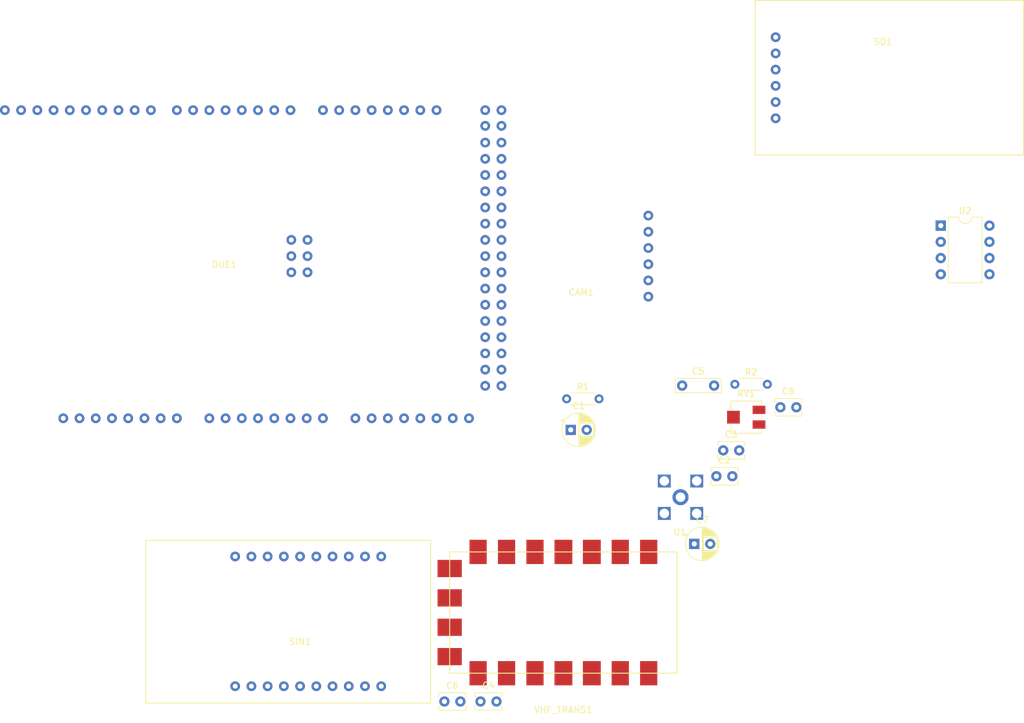
<source format=kicad_pcb>
(kicad_pcb (version 20171130) (host pcbnew 5.1.5-52549c5~84~ubuntu18.04.1)

  (general
    (thickness 1.6)
    (drawings 0)
    (tracks 0)
    (zones 0)
    (modules 18)
    (nets 49)
  )

  (page A4)
  (layers
    (0 F.Cu signal)
    (31 B.Cu signal)
    (32 B.Adhes user)
    (33 F.Adhes user)
    (34 B.Paste user)
    (35 F.Paste user)
    (36 B.SilkS user)
    (37 F.SilkS user)
    (38 B.Mask user)
    (39 F.Mask user)
    (40 Dwgs.User user)
    (41 Cmts.User user)
    (42 Eco1.User user)
    (43 Eco2.User user)
    (44 Edge.Cuts user)
    (45 Margin user)
    (46 B.CrtYd user)
    (47 F.CrtYd user)
    (48 B.Fab user)
    (49 F.Fab user)
  )

  (setup
    (last_trace_width 0.25)
    (trace_clearance 0.2)
    (zone_clearance 0.508)
    (zone_45_only no)
    (trace_min 0.2)
    (via_size 0.8)
    (via_drill 0.4)
    (via_min_size 0.4)
    (via_min_drill 0.3)
    (uvia_size 0.3)
    (uvia_drill 0.1)
    (uvias_allowed no)
    (uvia_min_size 0.2)
    (uvia_min_drill 0.1)
    (edge_width 0.05)
    (segment_width 0.2)
    (pcb_text_width 0.3)
    (pcb_text_size 1.5 1.5)
    (mod_edge_width 0.12)
    (mod_text_size 1 1)
    (mod_text_width 0.15)
    (pad_size 1.524 1.524)
    (pad_drill 0.762)
    (pad_to_mask_clearance 0.051)
    (solder_mask_min_width 0.25)
    (aux_axis_origin 0 0)
    (visible_elements FFFFFF7F)
    (pcbplotparams
      (layerselection 0x010fc_ffffffff)
      (usegerberextensions false)
      (usegerberattributes false)
      (usegerberadvancedattributes false)
      (creategerberjobfile false)
      (excludeedgelayer true)
      (linewidth 0.100000)
      (plotframeref false)
      (viasonmask false)
      (mode 1)
      (useauxorigin false)
      (hpglpennumber 1)
      (hpglpenspeed 20)
      (hpglpendiameter 15.000000)
      (psnegative false)
      (psa4output false)
      (plotreference true)
      (plotvalue true)
      (plotinvisibletext false)
      (padsonsilk false)
      (subtractmaskfromsilk false)
      (outputformat 1)
      (mirror false)
      (drillshape 1)
      (scaleselection 1)
      (outputdirectory ""))
  )

  (net 0 "")
  (net 1 GNDREF)
  (net 2 +3V3)
  (net 3 /PTT_DRA)
  (net 4 "Net-(C5-Pad1)")
  (net 5 "Net-(C5-Pad2)")
  (net 6 /PD_DRA)
  (net 7 /AF_IN)
  (net 8 /POW_DRA)
  (net 9 +5V)
  (net 10 /RX_CAM)
  (net 11 /TX_CAM)
  (net 12 "Net-(R1-Pad1)")
  (net 13 /ZOUT_ADS)
  (net 14 "Net-(RV1-Pad2)")
  (net 15 /CS_SD)
  (net 16 /SCK_SD)
  (net 17 /MOSI_SD)
  (net 18 /MISO_SD)
  (net 19 "Net-(SIN1-Pad19)")
  (net 20 "Net-(SIN1-Pad18)")
  (net 21 "Net-(SIN1-Pad17)")
  (net 22 "Net-(SIN1-Pad16)")
  (net 23 "Net-(SIN1-Pad15)")
  (net 24 "Net-(SIN1-Pad14)")
  (net 25 "Net-(SIN1-Pad13)")
  (net 26 "Net-(SIN1-Pad12)")
  (net 27 "Net-(SIN1-Pad11)")
  (net 28 /FQ_UD_ADS)
  (net 29 "Net-(SIN1-Pad9)")
  (net 30 /W_CLK_ADS)
  (net 31 /DATA_ADS)
  (net 32 "Net-(SIN1-Pad8)")
  (net 33 /RESET_ADS)
  (net 34 "Net-(SIN1-Pad7)")
  (net 35 "Net-(U2-Pad1)")
  (net 36 "Net-(U2-Pad7)")
  (net 37 "Net-(U2-Pad8)")
  (net 38 "Net-(VHF_TRANS1-Pad15)")
  (net 39 /RX_DRA)
  (net 40 /TX_DRA)
  (net 41 "Net-(VHF_TRANS1-Pad14)")
  (net 42 "Net-(VHF_TRANS1-Pad13)")
  (net 43 "Net-(U1-Pad~)")
  (net 44 "Net-(VHF_TRANS1-Pad3)")
  (net 45 "Net-(VHF_TRANS1-Pad1)")
  (net 46 "Net-(VHF_TRANS1-Pad2)")
  (net 47 "Net-(VHF_TRANS1-Pad4)")
  (net 48 "Net-(VHF_TRANS1-Pad11)")

  (net_class Default "This is the default net class."
    (clearance 0.2)
    (trace_width 0.25)
    (via_dia 0.8)
    (via_drill 0.4)
    (uvia_dia 0.3)
    (uvia_drill 0.1)
    (add_net +3V3)
    (add_net +5V)
    (add_net /AF_IN)
    (add_net /CS_SD)
    (add_net /DATA_ADS)
    (add_net /FQ_UD_ADS)
    (add_net /MISO_SD)
    (add_net /MOSI_SD)
    (add_net /PD_DRA)
    (add_net /POW_DRA)
    (add_net /PTT_DRA)
    (add_net /RESET_ADS)
    (add_net /RX_CAM)
    (add_net /RX_DRA)
    (add_net /SCK_SD)
    (add_net /TX_CAM)
    (add_net /TX_DRA)
    (add_net /W_CLK_ADS)
    (add_net /ZOUT_ADS)
    (add_net GNDREF)
    (add_net "Net-(C5-Pad1)")
    (add_net "Net-(C5-Pad2)")
    (add_net "Net-(R1-Pad1)")
    (add_net "Net-(RV1-Pad2)")
    (add_net "Net-(SIN1-Pad11)")
    (add_net "Net-(SIN1-Pad12)")
    (add_net "Net-(SIN1-Pad13)")
    (add_net "Net-(SIN1-Pad14)")
    (add_net "Net-(SIN1-Pad15)")
    (add_net "Net-(SIN1-Pad16)")
    (add_net "Net-(SIN1-Pad17)")
    (add_net "Net-(SIN1-Pad18)")
    (add_net "Net-(SIN1-Pad19)")
    (add_net "Net-(SIN1-Pad7)")
    (add_net "Net-(SIN1-Pad8)")
    (add_net "Net-(SIN1-Pad9)")
    (add_net "Net-(U1-Pad~)")
    (add_net "Net-(U2-Pad1)")
    (add_net "Net-(U2-Pad7)")
    (add_net "Net-(U2-Pad8)")
    (add_net "Net-(VHF_TRANS1-Pad1)")
    (add_net "Net-(VHF_TRANS1-Pad11)")
    (add_net "Net-(VHF_TRANS1-Pad13)")
    (add_net "Net-(VHF_TRANS1-Pad14)")
    (add_net "Net-(VHF_TRANS1-Pad15)")
    (add_net "Net-(VHF_TRANS1-Pad2)")
    (add_net "Net-(VHF_TRANS1-Pad3)")
    (add_net "Net-(VHF_TRANS1-Pad4)")
  )

  (module Capacitor_THT:CP_Radial_D5.0mm_P2.50mm (layer F.Cu) (tedit 5AE50EF0) (tstamp 5E6A738B)
    (at 145.334776 100.865001)
    (descr "CP, Radial series, Radial, pin pitch=2.50mm, , diameter=5mm, Electrolytic Capacitor")
    (tags "CP Radial series Radial pin pitch 2.50mm  diameter 5mm Electrolytic Capacitor")
    (path /5E679339)
    (fp_text reference C1 (at 1.25 -3.75) (layer F.SilkS)
      (effects (font (size 1 1) (thickness 0.15)))
    )
    (fp_text value 100uF (at 1.25 3.75) (layer F.Fab)
      (effects (font (size 1 1) (thickness 0.15)))
    )
    (fp_text user %R (at 1.25 0) (layer F.Fab)
      (effects (font (size 1 1) (thickness 0.15)))
    )
    (fp_line (start -1.304775 -1.725) (end -1.304775 -1.225) (layer F.SilkS) (width 0.12))
    (fp_line (start -1.554775 -1.475) (end -1.054775 -1.475) (layer F.SilkS) (width 0.12))
    (fp_line (start 3.851 -0.284) (end 3.851 0.284) (layer F.SilkS) (width 0.12))
    (fp_line (start 3.811 -0.518) (end 3.811 0.518) (layer F.SilkS) (width 0.12))
    (fp_line (start 3.771 -0.677) (end 3.771 0.677) (layer F.SilkS) (width 0.12))
    (fp_line (start 3.731 -0.805) (end 3.731 0.805) (layer F.SilkS) (width 0.12))
    (fp_line (start 3.691 -0.915) (end 3.691 0.915) (layer F.SilkS) (width 0.12))
    (fp_line (start 3.651 -1.011) (end 3.651 1.011) (layer F.SilkS) (width 0.12))
    (fp_line (start 3.611 -1.098) (end 3.611 1.098) (layer F.SilkS) (width 0.12))
    (fp_line (start 3.571 -1.178) (end 3.571 1.178) (layer F.SilkS) (width 0.12))
    (fp_line (start 3.531 1.04) (end 3.531 1.251) (layer F.SilkS) (width 0.12))
    (fp_line (start 3.531 -1.251) (end 3.531 -1.04) (layer F.SilkS) (width 0.12))
    (fp_line (start 3.491 1.04) (end 3.491 1.319) (layer F.SilkS) (width 0.12))
    (fp_line (start 3.491 -1.319) (end 3.491 -1.04) (layer F.SilkS) (width 0.12))
    (fp_line (start 3.451 1.04) (end 3.451 1.383) (layer F.SilkS) (width 0.12))
    (fp_line (start 3.451 -1.383) (end 3.451 -1.04) (layer F.SilkS) (width 0.12))
    (fp_line (start 3.411 1.04) (end 3.411 1.443) (layer F.SilkS) (width 0.12))
    (fp_line (start 3.411 -1.443) (end 3.411 -1.04) (layer F.SilkS) (width 0.12))
    (fp_line (start 3.371 1.04) (end 3.371 1.5) (layer F.SilkS) (width 0.12))
    (fp_line (start 3.371 -1.5) (end 3.371 -1.04) (layer F.SilkS) (width 0.12))
    (fp_line (start 3.331 1.04) (end 3.331 1.554) (layer F.SilkS) (width 0.12))
    (fp_line (start 3.331 -1.554) (end 3.331 -1.04) (layer F.SilkS) (width 0.12))
    (fp_line (start 3.291 1.04) (end 3.291 1.605) (layer F.SilkS) (width 0.12))
    (fp_line (start 3.291 -1.605) (end 3.291 -1.04) (layer F.SilkS) (width 0.12))
    (fp_line (start 3.251 1.04) (end 3.251 1.653) (layer F.SilkS) (width 0.12))
    (fp_line (start 3.251 -1.653) (end 3.251 -1.04) (layer F.SilkS) (width 0.12))
    (fp_line (start 3.211 1.04) (end 3.211 1.699) (layer F.SilkS) (width 0.12))
    (fp_line (start 3.211 -1.699) (end 3.211 -1.04) (layer F.SilkS) (width 0.12))
    (fp_line (start 3.171 1.04) (end 3.171 1.743) (layer F.SilkS) (width 0.12))
    (fp_line (start 3.171 -1.743) (end 3.171 -1.04) (layer F.SilkS) (width 0.12))
    (fp_line (start 3.131 1.04) (end 3.131 1.785) (layer F.SilkS) (width 0.12))
    (fp_line (start 3.131 -1.785) (end 3.131 -1.04) (layer F.SilkS) (width 0.12))
    (fp_line (start 3.091 1.04) (end 3.091 1.826) (layer F.SilkS) (width 0.12))
    (fp_line (start 3.091 -1.826) (end 3.091 -1.04) (layer F.SilkS) (width 0.12))
    (fp_line (start 3.051 1.04) (end 3.051 1.864) (layer F.SilkS) (width 0.12))
    (fp_line (start 3.051 -1.864) (end 3.051 -1.04) (layer F.SilkS) (width 0.12))
    (fp_line (start 3.011 1.04) (end 3.011 1.901) (layer F.SilkS) (width 0.12))
    (fp_line (start 3.011 -1.901) (end 3.011 -1.04) (layer F.SilkS) (width 0.12))
    (fp_line (start 2.971 1.04) (end 2.971 1.937) (layer F.SilkS) (width 0.12))
    (fp_line (start 2.971 -1.937) (end 2.971 -1.04) (layer F.SilkS) (width 0.12))
    (fp_line (start 2.931 1.04) (end 2.931 1.971) (layer F.SilkS) (width 0.12))
    (fp_line (start 2.931 -1.971) (end 2.931 -1.04) (layer F.SilkS) (width 0.12))
    (fp_line (start 2.891 1.04) (end 2.891 2.004) (layer F.SilkS) (width 0.12))
    (fp_line (start 2.891 -2.004) (end 2.891 -1.04) (layer F.SilkS) (width 0.12))
    (fp_line (start 2.851 1.04) (end 2.851 2.035) (layer F.SilkS) (width 0.12))
    (fp_line (start 2.851 -2.035) (end 2.851 -1.04) (layer F.SilkS) (width 0.12))
    (fp_line (start 2.811 1.04) (end 2.811 2.065) (layer F.SilkS) (width 0.12))
    (fp_line (start 2.811 -2.065) (end 2.811 -1.04) (layer F.SilkS) (width 0.12))
    (fp_line (start 2.771 1.04) (end 2.771 2.095) (layer F.SilkS) (width 0.12))
    (fp_line (start 2.771 -2.095) (end 2.771 -1.04) (layer F.SilkS) (width 0.12))
    (fp_line (start 2.731 1.04) (end 2.731 2.122) (layer F.SilkS) (width 0.12))
    (fp_line (start 2.731 -2.122) (end 2.731 -1.04) (layer F.SilkS) (width 0.12))
    (fp_line (start 2.691 1.04) (end 2.691 2.149) (layer F.SilkS) (width 0.12))
    (fp_line (start 2.691 -2.149) (end 2.691 -1.04) (layer F.SilkS) (width 0.12))
    (fp_line (start 2.651 1.04) (end 2.651 2.175) (layer F.SilkS) (width 0.12))
    (fp_line (start 2.651 -2.175) (end 2.651 -1.04) (layer F.SilkS) (width 0.12))
    (fp_line (start 2.611 1.04) (end 2.611 2.2) (layer F.SilkS) (width 0.12))
    (fp_line (start 2.611 -2.2) (end 2.611 -1.04) (layer F.SilkS) (width 0.12))
    (fp_line (start 2.571 1.04) (end 2.571 2.224) (layer F.SilkS) (width 0.12))
    (fp_line (start 2.571 -2.224) (end 2.571 -1.04) (layer F.SilkS) (width 0.12))
    (fp_line (start 2.531 1.04) (end 2.531 2.247) (layer F.SilkS) (width 0.12))
    (fp_line (start 2.531 -2.247) (end 2.531 -1.04) (layer F.SilkS) (width 0.12))
    (fp_line (start 2.491 1.04) (end 2.491 2.268) (layer F.SilkS) (width 0.12))
    (fp_line (start 2.491 -2.268) (end 2.491 -1.04) (layer F.SilkS) (width 0.12))
    (fp_line (start 2.451 1.04) (end 2.451 2.29) (layer F.SilkS) (width 0.12))
    (fp_line (start 2.451 -2.29) (end 2.451 -1.04) (layer F.SilkS) (width 0.12))
    (fp_line (start 2.411 1.04) (end 2.411 2.31) (layer F.SilkS) (width 0.12))
    (fp_line (start 2.411 -2.31) (end 2.411 -1.04) (layer F.SilkS) (width 0.12))
    (fp_line (start 2.371 1.04) (end 2.371 2.329) (layer F.SilkS) (width 0.12))
    (fp_line (start 2.371 -2.329) (end 2.371 -1.04) (layer F.SilkS) (width 0.12))
    (fp_line (start 2.331 1.04) (end 2.331 2.348) (layer F.SilkS) (width 0.12))
    (fp_line (start 2.331 -2.348) (end 2.331 -1.04) (layer F.SilkS) (width 0.12))
    (fp_line (start 2.291 1.04) (end 2.291 2.365) (layer F.SilkS) (width 0.12))
    (fp_line (start 2.291 -2.365) (end 2.291 -1.04) (layer F.SilkS) (width 0.12))
    (fp_line (start 2.251 1.04) (end 2.251 2.382) (layer F.SilkS) (width 0.12))
    (fp_line (start 2.251 -2.382) (end 2.251 -1.04) (layer F.SilkS) (width 0.12))
    (fp_line (start 2.211 1.04) (end 2.211 2.398) (layer F.SilkS) (width 0.12))
    (fp_line (start 2.211 -2.398) (end 2.211 -1.04) (layer F.SilkS) (width 0.12))
    (fp_line (start 2.171 1.04) (end 2.171 2.414) (layer F.SilkS) (width 0.12))
    (fp_line (start 2.171 -2.414) (end 2.171 -1.04) (layer F.SilkS) (width 0.12))
    (fp_line (start 2.131 1.04) (end 2.131 2.428) (layer F.SilkS) (width 0.12))
    (fp_line (start 2.131 -2.428) (end 2.131 -1.04) (layer F.SilkS) (width 0.12))
    (fp_line (start 2.091 1.04) (end 2.091 2.442) (layer F.SilkS) (width 0.12))
    (fp_line (start 2.091 -2.442) (end 2.091 -1.04) (layer F.SilkS) (width 0.12))
    (fp_line (start 2.051 1.04) (end 2.051 2.455) (layer F.SilkS) (width 0.12))
    (fp_line (start 2.051 -2.455) (end 2.051 -1.04) (layer F.SilkS) (width 0.12))
    (fp_line (start 2.011 1.04) (end 2.011 2.468) (layer F.SilkS) (width 0.12))
    (fp_line (start 2.011 -2.468) (end 2.011 -1.04) (layer F.SilkS) (width 0.12))
    (fp_line (start 1.971 1.04) (end 1.971 2.48) (layer F.SilkS) (width 0.12))
    (fp_line (start 1.971 -2.48) (end 1.971 -1.04) (layer F.SilkS) (width 0.12))
    (fp_line (start 1.93 1.04) (end 1.93 2.491) (layer F.SilkS) (width 0.12))
    (fp_line (start 1.93 -2.491) (end 1.93 -1.04) (layer F.SilkS) (width 0.12))
    (fp_line (start 1.89 1.04) (end 1.89 2.501) (layer F.SilkS) (width 0.12))
    (fp_line (start 1.89 -2.501) (end 1.89 -1.04) (layer F.SilkS) (width 0.12))
    (fp_line (start 1.85 1.04) (end 1.85 2.511) (layer F.SilkS) (width 0.12))
    (fp_line (start 1.85 -2.511) (end 1.85 -1.04) (layer F.SilkS) (width 0.12))
    (fp_line (start 1.81 1.04) (end 1.81 2.52) (layer F.SilkS) (width 0.12))
    (fp_line (start 1.81 -2.52) (end 1.81 -1.04) (layer F.SilkS) (width 0.12))
    (fp_line (start 1.77 1.04) (end 1.77 2.528) (layer F.SilkS) (width 0.12))
    (fp_line (start 1.77 -2.528) (end 1.77 -1.04) (layer F.SilkS) (width 0.12))
    (fp_line (start 1.73 1.04) (end 1.73 2.536) (layer F.SilkS) (width 0.12))
    (fp_line (start 1.73 -2.536) (end 1.73 -1.04) (layer F.SilkS) (width 0.12))
    (fp_line (start 1.69 1.04) (end 1.69 2.543) (layer F.SilkS) (width 0.12))
    (fp_line (start 1.69 -2.543) (end 1.69 -1.04) (layer F.SilkS) (width 0.12))
    (fp_line (start 1.65 1.04) (end 1.65 2.55) (layer F.SilkS) (width 0.12))
    (fp_line (start 1.65 -2.55) (end 1.65 -1.04) (layer F.SilkS) (width 0.12))
    (fp_line (start 1.61 1.04) (end 1.61 2.556) (layer F.SilkS) (width 0.12))
    (fp_line (start 1.61 -2.556) (end 1.61 -1.04) (layer F.SilkS) (width 0.12))
    (fp_line (start 1.57 1.04) (end 1.57 2.561) (layer F.SilkS) (width 0.12))
    (fp_line (start 1.57 -2.561) (end 1.57 -1.04) (layer F.SilkS) (width 0.12))
    (fp_line (start 1.53 1.04) (end 1.53 2.565) (layer F.SilkS) (width 0.12))
    (fp_line (start 1.53 -2.565) (end 1.53 -1.04) (layer F.SilkS) (width 0.12))
    (fp_line (start 1.49 1.04) (end 1.49 2.569) (layer F.SilkS) (width 0.12))
    (fp_line (start 1.49 -2.569) (end 1.49 -1.04) (layer F.SilkS) (width 0.12))
    (fp_line (start 1.45 -2.573) (end 1.45 2.573) (layer F.SilkS) (width 0.12))
    (fp_line (start 1.41 -2.576) (end 1.41 2.576) (layer F.SilkS) (width 0.12))
    (fp_line (start 1.37 -2.578) (end 1.37 2.578) (layer F.SilkS) (width 0.12))
    (fp_line (start 1.33 -2.579) (end 1.33 2.579) (layer F.SilkS) (width 0.12))
    (fp_line (start 1.29 -2.58) (end 1.29 2.58) (layer F.SilkS) (width 0.12))
    (fp_line (start 1.25 -2.58) (end 1.25 2.58) (layer F.SilkS) (width 0.12))
    (fp_line (start -0.633605 -1.3375) (end -0.633605 -0.8375) (layer F.Fab) (width 0.1))
    (fp_line (start -0.883605 -1.0875) (end -0.383605 -1.0875) (layer F.Fab) (width 0.1))
    (fp_circle (center 1.25 0) (end 4 0) (layer F.CrtYd) (width 0.05))
    (fp_circle (center 1.25 0) (end 3.87 0) (layer F.SilkS) (width 0.12))
    (fp_circle (center 1.25 0) (end 3.75 0) (layer F.Fab) (width 0.1))
    (pad 2 thru_hole circle (at 2.5 0) (size 1.6 1.6) (drill 0.8) (layers *.Cu *.Mask)
      (net 1 GNDREF))
    (pad 1 thru_hole rect (at 0 0) (size 1.6 1.6) (drill 0.8) (layers *.Cu *.Mask)
      (net 2 +3V3))
    (model ${KISYS3DMOD}/Capacitor_THT.3dshapes/CP_Radial_D5.0mm_P2.50mm.wrl
      (at (xyz 0 0 0))
      (scale (xyz 1 1 1))
      (rotate (xyz 0 0 0))
    )
  )

  (module Capacitor_THT:C_Rect_L4.0mm_W2.5mm_P2.50mm (layer F.Cu) (tedit 5AE50EF0) (tstamp 5E6A73A0)
    (at 168.135001 108.135001)
    (descr "C, Rect series, Radial, pin pitch=2.50mm, , length*width=4*2.5mm^2, Capacitor")
    (tags "C Rect series Radial pin pitch 2.50mm  length 4mm width 2.5mm Capacitor")
    (path /5E679936)
    (fp_text reference C2 (at 1.25 -2.5) (layer F.SilkS)
      (effects (font (size 1 1) (thickness 0.15)))
    )
    (fp_text value 100nF (at 1.25 2.5) (layer F.Fab)
      (effects (font (size 1 1) (thickness 0.15)))
    )
    (fp_line (start -0.75 -1.25) (end -0.75 1.25) (layer F.Fab) (width 0.1))
    (fp_line (start -0.75 1.25) (end 3.25 1.25) (layer F.Fab) (width 0.1))
    (fp_line (start 3.25 1.25) (end 3.25 -1.25) (layer F.Fab) (width 0.1))
    (fp_line (start 3.25 -1.25) (end -0.75 -1.25) (layer F.Fab) (width 0.1))
    (fp_line (start -0.87 -1.37) (end 3.37 -1.37) (layer F.SilkS) (width 0.12))
    (fp_line (start -0.87 1.37) (end 3.37 1.37) (layer F.SilkS) (width 0.12))
    (fp_line (start -0.87 -1.37) (end -0.87 -0.665) (layer F.SilkS) (width 0.12))
    (fp_line (start -0.87 0.665) (end -0.87 1.37) (layer F.SilkS) (width 0.12))
    (fp_line (start 3.37 -1.37) (end 3.37 -0.665) (layer F.SilkS) (width 0.12))
    (fp_line (start 3.37 0.665) (end 3.37 1.37) (layer F.SilkS) (width 0.12))
    (fp_line (start -1.05 -1.5) (end -1.05 1.5) (layer F.CrtYd) (width 0.05))
    (fp_line (start -1.05 1.5) (end 3.55 1.5) (layer F.CrtYd) (width 0.05))
    (fp_line (start 3.55 1.5) (end 3.55 -1.5) (layer F.CrtYd) (width 0.05))
    (fp_line (start 3.55 -1.5) (end -1.05 -1.5) (layer F.CrtYd) (width 0.05))
    (fp_text user %R (at 1.25 0) (layer F.Fab)
      (effects (font (size 0.8 0.8) (thickness 0.12)))
    )
    (pad 1 thru_hole circle (at 0 0) (size 1.6 1.6) (drill 0.8) (layers *.Cu *.Mask)
      (net 2 +3V3))
    (pad 2 thru_hole circle (at 2.5 0) (size 1.6 1.6) (drill 0.8) (layers *.Cu *.Mask)
      (net 1 GNDREF))
    (model ${KISYS3DMOD}/Capacitor_THT.3dshapes/C_Rect_L4.0mm_W2.5mm_P2.50mm.wrl
      (at (xyz 0 0 0))
      (scale (xyz 1 1 1))
      (rotate (xyz 0 0 0))
    )
  )

  (module Capacitor_THT:C_Rect_L4.0mm_W2.5mm_P2.50mm (layer F.Cu) (tedit 5AE50EF0) (tstamp 5E6A73B5)
    (at 169.205001 104.085001)
    (descr "C, Rect series, Radial, pin pitch=2.50mm, , length*width=4*2.5mm^2, Capacitor")
    (tags "C Rect series Radial pin pitch 2.50mm  length 4mm width 2.5mm Capacitor")
    (path /5E67B7D6)
    (fp_text reference C3 (at 1.25 -2.5) (layer F.SilkS)
      (effects (font (size 1 1) (thickness 0.15)))
    )
    (fp_text value 100pF (at 1.25 2.5) (layer F.Fab)
      (effects (font (size 1 1) (thickness 0.15)))
    )
    (fp_text user %R (at 1.25 0) (layer F.Fab)
      (effects (font (size 0.8 0.8) (thickness 0.12)))
    )
    (fp_line (start 3.55 -1.5) (end -1.05 -1.5) (layer F.CrtYd) (width 0.05))
    (fp_line (start 3.55 1.5) (end 3.55 -1.5) (layer F.CrtYd) (width 0.05))
    (fp_line (start -1.05 1.5) (end 3.55 1.5) (layer F.CrtYd) (width 0.05))
    (fp_line (start -1.05 -1.5) (end -1.05 1.5) (layer F.CrtYd) (width 0.05))
    (fp_line (start 3.37 0.665) (end 3.37 1.37) (layer F.SilkS) (width 0.12))
    (fp_line (start 3.37 -1.37) (end 3.37 -0.665) (layer F.SilkS) (width 0.12))
    (fp_line (start -0.87 0.665) (end -0.87 1.37) (layer F.SilkS) (width 0.12))
    (fp_line (start -0.87 -1.37) (end -0.87 -0.665) (layer F.SilkS) (width 0.12))
    (fp_line (start -0.87 1.37) (end 3.37 1.37) (layer F.SilkS) (width 0.12))
    (fp_line (start -0.87 -1.37) (end 3.37 -1.37) (layer F.SilkS) (width 0.12))
    (fp_line (start 3.25 -1.25) (end -0.75 -1.25) (layer F.Fab) (width 0.1))
    (fp_line (start 3.25 1.25) (end 3.25 -1.25) (layer F.Fab) (width 0.1))
    (fp_line (start -0.75 1.25) (end 3.25 1.25) (layer F.Fab) (width 0.1))
    (fp_line (start -0.75 -1.25) (end -0.75 1.25) (layer F.Fab) (width 0.1))
    (pad 2 thru_hole circle (at 2.5 0) (size 1.6 1.6) (drill 0.8) (layers *.Cu *.Mask)
      (net 1 GNDREF))
    (pad 1 thru_hole circle (at 0 0) (size 1.6 1.6) (drill 0.8) (layers *.Cu *.Mask)
      (net 2 +3V3))
    (model ${KISYS3DMOD}/Capacitor_THT.3dshapes/C_Rect_L4.0mm_W2.5mm_P2.50mm.wrl
      (at (xyz 0 0 0))
      (scale (xyz 1 1 1))
      (rotate (xyz 0 0 0))
    )
  )

  (module Capacitor_THT:C_Rect_L4.0mm_W2.5mm_P2.50mm (layer F.Cu) (tedit 5AE50EF0) (tstamp 5E6A73CA)
    (at 131.215001 143.415001)
    (descr "C, Rect series, Radial, pin pitch=2.50mm, , length*width=4*2.5mm^2, Capacitor")
    (tags "C Rect series Radial pin pitch 2.50mm  length 4mm width 2.5mm Capacitor")
    (path /5E6B4AC4)
    (fp_text reference C4 (at 1.25 -2.5) (layer F.SilkS)
      (effects (font (size 1 1) (thickness 0.15)))
    )
    (fp_text value 100nF (at 1.25 2.5) (layer F.Fab)
      (effects (font (size 1 1) (thickness 0.15)))
    )
    (fp_line (start -0.75 -1.25) (end -0.75 1.25) (layer F.Fab) (width 0.1))
    (fp_line (start -0.75 1.25) (end 3.25 1.25) (layer F.Fab) (width 0.1))
    (fp_line (start 3.25 1.25) (end 3.25 -1.25) (layer F.Fab) (width 0.1))
    (fp_line (start 3.25 -1.25) (end -0.75 -1.25) (layer F.Fab) (width 0.1))
    (fp_line (start -0.87 -1.37) (end 3.37 -1.37) (layer F.SilkS) (width 0.12))
    (fp_line (start -0.87 1.37) (end 3.37 1.37) (layer F.SilkS) (width 0.12))
    (fp_line (start -0.87 -1.37) (end -0.87 -0.665) (layer F.SilkS) (width 0.12))
    (fp_line (start -0.87 0.665) (end -0.87 1.37) (layer F.SilkS) (width 0.12))
    (fp_line (start 3.37 -1.37) (end 3.37 -0.665) (layer F.SilkS) (width 0.12))
    (fp_line (start 3.37 0.665) (end 3.37 1.37) (layer F.SilkS) (width 0.12))
    (fp_line (start -1.05 -1.5) (end -1.05 1.5) (layer F.CrtYd) (width 0.05))
    (fp_line (start -1.05 1.5) (end 3.55 1.5) (layer F.CrtYd) (width 0.05))
    (fp_line (start 3.55 1.5) (end 3.55 -1.5) (layer F.CrtYd) (width 0.05))
    (fp_line (start 3.55 -1.5) (end -1.05 -1.5) (layer F.CrtYd) (width 0.05))
    (fp_text user %R (at 1.25 0) (layer F.Fab)
      (effects (font (size 0.8 0.8) (thickness 0.12)))
    )
    (pad 1 thru_hole circle (at 0 0) (size 1.6 1.6) (drill 0.8) (layers *.Cu *.Mask)
      (net 3 /PTT_DRA))
    (pad 2 thru_hole circle (at 2.5 0) (size 1.6 1.6) (drill 0.8) (layers *.Cu *.Mask)
      (net 1 GNDREF))
    (model ${KISYS3DMOD}/Capacitor_THT.3dshapes/C_Rect_L4.0mm_W2.5mm_P2.50mm.wrl
      (at (xyz 0 0 0))
      (scale (xyz 1 1 1))
      (rotate (xyz 0 0 0))
    )
  )

  (module Capacitor_THT:C_Rect_L7.0mm_W2.0mm_P5.00mm (layer F.Cu) (tedit 5AE50EF0) (tstamp 5E6A73DD)
    (at 162.775001 93.935001)
    (descr "C, Rect series, Radial, pin pitch=5.00mm, , length*width=7*2mm^2, Capacitor")
    (tags "C Rect series Radial pin pitch 5.00mm  length 7mm width 2mm Capacitor")
    (path /5E6869F8)
    (fp_text reference C5 (at 2.5 -2.25) (layer F.SilkS)
      (effects (font (size 1 1) (thickness 0.15)))
    )
    (fp_text value 50nF (at 2.5 2.25) (layer F.Fab)
      (effects (font (size 1 1) (thickness 0.15)))
    )
    (fp_line (start -1 -1) (end -1 1) (layer F.Fab) (width 0.1))
    (fp_line (start -1 1) (end 6 1) (layer F.Fab) (width 0.1))
    (fp_line (start 6 1) (end 6 -1) (layer F.Fab) (width 0.1))
    (fp_line (start 6 -1) (end -1 -1) (layer F.Fab) (width 0.1))
    (fp_line (start -1.12 -1.12) (end 6.12 -1.12) (layer F.SilkS) (width 0.12))
    (fp_line (start -1.12 1.12) (end 6.12 1.12) (layer F.SilkS) (width 0.12))
    (fp_line (start -1.12 -1.12) (end -1.12 1.12) (layer F.SilkS) (width 0.12))
    (fp_line (start 6.12 -1.12) (end 6.12 1.12) (layer F.SilkS) (width 0.12))
    (fp_line (start -1.25 -1.25) (end -1.25 1.25) (layer F.CrtYd) (width 0.05))
    (fp_line (start -1.25 1.25) (end 6.25 1.25) (layer F.CrtYd) (width 0.05))
    (fp_line (start 6.25 1.25) (end 6.25 -1.25) (layer F.CrtYd) (width 0.05))
    (fp_line (start 6.25 -1.25) (end -1.25 -1.25) (layer F.CrtYd) (width 0.05))
    (fp_text user %R (at 2.5 0) (layer F.Fab)
      (effects (font (size 1 1) (thickness 0.15)))
    )
    (pad 1 thru_hole circle (at 0 0) (size 1.6 1.6) (drill 0.8) (layers *.Cu *.Mask)
      (net 4 "Net-(C5-Pad1)"))
    (pad 2 thru_hole circle (at 5 0) (size 1.6 1.6) (drill 0.8) (layers *.Cu *.Mask)
      (net 5 "Net-(C5-Pad2)"))
    (model ${KISYS3DMOD}/Capacitor_THT.3dshapes/C_Rect_L7.0mm_W2.0mm_P5.00mm.wrl
      (at (xyz 0 0 0))
      (scale (xyz 1 1 1))
      (rotate (xyz 0 0 0))
    )
  )

  (module Capacitor_THT:C_Rect_L4.0mm_W2.5mm_P2.50mm (layer F.Cu) (tedit 5AE50EF0) (tstamp 5E6A73F2)
    (at 125.565001 143.415001)
    (descr "C, Rect series, Radial, pin pitch=2.50mm, , length*width=4*2.5mm^2, Capacitor")
    (tags "C Rect series Radial pin pitch 2.50mm  length 4mm width 2.5mm Capacitor")
    (path /5E6B53E2)
    (fp_text reference C6 (at 1.25 -2.5) (layer F.SilkS)
      (effects (font (size 1 1) (thickness 0.15)))
    )
    (fp_text value 100nF (at 1.25 2.5) (layer F.Fab)
      (effects (font (size 1 1) (thickness 0.15)))
    )
    (fp_text user %R (at 1.25 0) (layer F.Fab)
      (effects (font (size 0.8 0.8) (thickness 0.12)))
    )
    (fp_line (start 3.55 -1.5) (end -1.05 -1.5) (layer F.CrtYd) (width 0.05))
    (fp_line (start 3.55 1.5) (end 3.55 -1.5) (layer F.CrtYd) (width 0.05))
    (fp_line (start -1.05 1.5) (end 3.55 1.5) (layer F.CrtYd) (width 0.05))
    (fp_line (start -1.05 -1.5) (end -1.05 1.5) (layer F.CrtYd) (width 0.05))
    (fp_line (start 3.37 0.665) (end 3.37 1.37) (layer F.SilkS) (width 0.12))
    (fp_line (start 3.37 -1.37) (end 3.37 -0.665) (layer F.SilkS) (width 0.12))
    (fp_line (start -0.87 0.665) (end -0.87 1.37) (layer F.SilkS) (width 0.12))
    (fp_line (start -0.87 -1.37) (end -0.87 -0.665) (layer F.SilkS) (width 0.12))
    (fp_line (start -0.87 1.37) (end 3.37 1.37) (layer F.SilkS) (width 0.12))
    (fp_line (start -0.87 -1.37) (end 3.37 -1.37) (layer F.SilkS) (width 0.12))
    (fp_line (start 3.25 -1.25) (end -0.75 -1.25) (layer F.Fab) (width 0.1))
    (fp_line (start 3.25 1.25) (end 3.25 -1.25) (layer F.Fab) (width 0.1))
    (fp_line (start -0.75 1.25) (end 3.25 1.25) (layer F.Fab) (width 0.1))
    (fp_line (start -0.75 -1.25) (end -0.75 1.25) (layer F.Fab) (width 0.1))
    (pad 2 thru_hole circle (at 2.5 0) (size 1.6 1.6) (drill 0.8) (layers *.Cu *.Mask)
      (net 1 GNDREF))
    (pad 1 thru_hole circle (at 0 0) (size 1.6 1.6) (drill 0.8) (layers *.Cu *.Mask)
      (net 6 /PD_DRA))
    (model ${KISYS3DMOD}/Capacitor_THT.3dshapes/C_Rect_L4.0mm_W2.5mm_P2.50mm.wrl
      (at (xyz 0 0 0))
      (scale (xyz 1 1 1))
      (rotate (xyz 0 0 0))
    )
  )

  (module Capacitor_THT:CP_Radial_D5.0mm_P2.50mm (layer F.Cu) (tedit 5AE50EF0) (tstamp 5E6A7476)
    (at 164.674776 118.735001)
    (descr "CP, Radial series, Radial, pin pitch=2.50mm, , diameter=5mm, Electrolytic Capacitor")
    (tags "CP Radial series Radial pin pitch 2.50mm  diameter 5mm Electrolytic Capacitor")
    (path /5E699619)
    (fp_text reference C7 (at 1.25 -3.75) (layer F.SilkS)
      (effects (font (size 1 1) (thickness 0.15)))
    )
    (fp_text value 100uF (at 1.25 3.75) (layer F.Fab)
      (effects (font (size 1 1) (thickness 0.15)))
    )
    (fp_circle (center 1.25 0) (end 3.75 0) (layer F.Fab) (width 0.1))
    (fp_circle (center 1.25 0) (end 3.87 0) (layer F.SilkS) (width 0.12))
    (fp_circle (center 1.25 0) (end 4 0) (layer F.CrtYd) (width 0.05))
    (fp_line (start -0.883605 -1.0875) (end -0.383605 -1.0875) (layer F.Fab) (width 0.1))
    (fp_line (start -0.633605 -1.3375) (end -0.633605 -0.8375) (layer F.Fab) (width 0.1))
    (fp_line (start 1.25 -2.58) (end 1.25 2.58) (layer F.SilkS) (width 0.12))
    (fp_line (start 1.29 -2.58) (end 1.29 2.58) (layer F.SilkS) (width 0.12))
    (fp_line (start 1.33 -2.579) (end 1.33 2.579) (layer F.SilkS) (width 0.12))
    (fp_line (start 1.37 -2.578) (end 1.37 2.578) (layer F.SilkS) (width 0.12))
    (fp_line (start 1.41 -2.576) (end 1.41 2.576) (layer F.SilkS) (width 0.12))
    (fp_line (start 1.45 -2.573) (end 1.45 2.573) (layer F.SilkS) (width 0.12))
    (fp_line (start 1.49 -2.569) (end 1.49 -1.04) (layer F.SilkS) (width 0.12))
    (fp_line (start 1.49 1.04) (end 1.49 2.569) (layer F.SilkS) (width 0.12))
    (fp_line (start 1.53 -2.565) (end 1.53 -1.04) (layer F.SilkS) (width 0.12))
    (fp_line (start 1.53 1.04) (end 1.53 2.565) (layer F.SilkS) (width 0.12))
    (fp_line (start 1.57 -2.561) (end 1.57 -1.04) (layer F.SilkS) (width 0.12))
    (fp_line (start 1.57 1.04) (end 1.57 2.561) (layer F.SilkS) (width 0.12))
    (fp_line (start 1.61 -2.556) (end 1.61 -1.04) (layer F.SilkS) (width 0.12))
    (fp_line (start 1.61 1.04) (end 1.61 2.556) (layer F.SilkS) (width 0.12))
    (fp_line (start 1.65 -2.55) (end 1.65 -1.04) (layer F.SilkS) (width 0.12))
    (fp_line (start 1.65 1.04) (end 1.65 2.55) (layer F.SilkS) (width 0.12))
    (fp_line (start 1.69 -2.543) (end 1.69 -1.04) (layer F.SilkS) (width 0.12))
    (fp_line (start 1.69 1.04) (end 1.69 2.543) (layer F.SilkS) (width 0.12))
    (fp_line (start 1.73 -2.536) (end 1.73 -1.04) (layer F.SilkS) (width 0.12))
    (fp_line (start 1.73 1.04) (end 1.73 2.536) (layer F.SilkS) (width 0.12))
    (fp_line (start 1.77 -2.528) (end 1.77 -1.04) (layer F.SilkS) (width 0.12))
    (fp_line (start 1.77 1.04) (end 1.77 2.528) (layer F.SilkS) (width 0.12))
    (fp_line (start 1.81 -2.52) (end 1.81 -1.04) (layer F.SilkS) (width 0.12))
    (fp_line (start 1.81 1.04) (end 1.81 2.52) (layer F.SilkS) (width 0.12))
    (fp_line (start 1.85 -2.511) (end 1.85 -1.04) (layer F.SilkS) (width 0.12))
    (fp_line (start 1.85 1.04) (end 1.85 2.511) (layer F.SilkS) (width 0.12))
    (fp_line (start 1.89 -2.501) (end 1.89 -1.04) (layer F.SilkS) (width 0.12))
    (fp_line (start 1.89 1.04) (end 1.89 2.501) (layer F.SilkS) (width 0.12))
    (fp_line (start 1.93 -2.491) (end 1.93 -1.04) (layer F.SilkS) (width 0.12))
    (fp_line (start 1.93 1.04) (end 1.93 2.491) (layer F.SilkS) (width 0.12))
    (fp_line (start 1.971 -2.48) (end 1.971 -1.04) (layer F.SilkS) (width 0.12))
    (fp_line (start 1.971 1.04) (end 1.971 2.48) (layer F.SilkS) (width 0.12))
    (fp_line (start 2.011 -2.468) (end 2.011 -1.04) (layer F.SilkS) (width 0.12))
    (fp_line (start 2.011 1.04) (end 2.011 2.468) (layer F.SilkS) (width 0.12))
    (fp_line (start 2.051 -2.455) (end 2.051 -1.04) (layer F.SilkS) (width 0.12))
    (fp_line (start 2.051 1.04) (end 2.051 2.455) (layer F.SilkS) (width 0.12))
    (fp_line (start 2.091 -2.442) (end 2.091 -1.04) (layer F.SilkS) (width 0.12))
    (fp_line (start 2.091 1.04) (end 2.091 2.442) (layer F.SilkS) (width 0.12))
    (fp_line (start 2.131 -2.428) (end 2.131 -1.04) (layer F.SilkS) (width 0.12))
    (fp_line (start 2.131 1.04) (end 2.131 2.428) (layer F.SilkS) (width 0.12))
    (fp_line (start 2.171 -2.414) (end 2.171 -1.04) (layer F.SilkS) (width 0.12))
    (fp_line (start 2.171 1.04) (end 2.171 2.414) (layer F.SilkS) (width 0.12))
    (fp_line (start 2.211 -2.398) (end 2.211 -1.04) (layer F.SilkS) (width 0.12))
    (fp_line (start 2.211 1.04) (end 2.211 2.398) (layer F.SilkS) (width 0.12))
    (fp_line (start 2.251 -2.382) (end 2.251 -1.04) (layer F.SilkS) (width 0.12))
    (fp_line (start 2.251 1.04) (end 2.251 2.382) (layer F.SilkS) (width 0.12))
    (fp_line (start 2.291 -2.365) (end 2.291 -1.04) (layer F.SilkS) (width 0.12))
    (fp_line (start 2.291 1.04) (end 2.291 2.365) (layer F.SilkS) (width 0.12))
    (fp_line (start 2.331 -2.348) (end 2.331 -1.04) (layer F.SilkS) (width 0.12))
    (fp_line (start 2.331 1.04) (end 2.331 2.348) (layer F.SilkS) (width 0.12))
    (fp_line (start 2.371 -2.329) (end 2.371 -1.04) (layer F.SilkS) (width 0.12))
    (fp_line (start 2.371 1.04) (end 2.371 2.329) (layer F.SilkS) (width 0.12))
    (fp_line (start 2.411 -2.31) (end 2.411 -1.04) (layer F.SilkS) (width 0.12))
    (fp_line (start 2.411 1.04) (end 2.411 2.31) (layer F.SilkS) (width 0.12))
    (fp_line (start 2.451 -2.29) (end 2.451 -1.04) (layer F.SilkS) (width 0.12))
    (fp_line (start 2.451 1.04) (end 2.451 2.29) (layer F.SilkS) (width 0.12))
    (fp_line (start 2.491 -2.268) (end 2.491 -1.04) (layer F.SilkS) (width 0.12))
    (fp_line (start 2.491 1.04) (end 2.491 2.268) (layer F.SilkS) (width 0.12))
    (fp_line (start 2.531 -2.247) (end 2.531 -1.04) (layer F.SilkS) (width 0.12))
    (fp_line (start 2.531 1.04) (end 2.531 2.247) (layer F.SilkS) (width 0.12))
    (fp_line (start 2.571 -2.224) (end 2.571 -1.04) (layer F.SilkS) (width 0.12))
    (fp_line (start 2.571 1.04) (end 2.571 2.224) (layer F.SilkS) (width 0.12))
    (fp_line (start 2.611 -2.2) (end 2.611 -1.04) (layer F.SilkS) (width 0.12))
    (fp_line (start 2.611 1.04) (end 2.611 2.2) (layer F.SilkS) (width 0.12))
    (fp_line (start 2.651 -2.175) (end 2.651 -1.04) (layer F.SilkS) (width 0.12))
    (fp_line (start 2.651 1.04) (end 2.651 2.175) (layer F.SilkS) (width 0.12))
    (fp_line (start 2.691 -2.149) (end 2.691 -1.04) (layer F.SilkS) (width 0.12))
    (fp_line (start 2.691 1.04) (end 2.691 2.149) (layer F.SilkS) (width 0.12))
    (fp_line (start 2.731 -2.122) (end 2.731 -1.04) (layer F.SilkS) (width 0.12))
    (fp_line (start 2.731 1.04) (end 2.731 2.122) (layer F.SilkS) (width 0.12))
    (fp_line (start 2.771 -2.095) (end 2.771 -1.04) (layer F.SilkS) (width 0.12))
    (fp_line (start 2.771 1.04) (end 2.771 2.095) (layer F.SilkS) (width 0.12))
    (fp_line (start 2.811 -2.065) (end 2.811 -1.04) (layer F.SilkS) (width 0.12))
    (fp_line (start 2.811 1.04) (end 2.811 2.065) (layer F.SilkS) (width 0.12))
    (fp_line (start 2.851 -2.035) (end 2.851 -1.04) (layer F.SilkS) (width 0.12))
    (fp_line (start 2.851 1.04) (end 2.851 2.035) (layer F.SilkS) (width 0.12))
    (fp_line (start 2.891 -2.004) (end 2.891 -1.04) (layer F.SilkS) (width 0.12))
    (fp_line (start 2.891 1.04) (end 2.891 2.004) (layer F.SilkS) (width 0.12))
    (fp_line (start 2.931 -1.971) (end 2.931 -1.04) (layer F.SilkS) (width 0.12))
    (fp_line (start 2.931 1.04) (end 2.931 1.971) (layer F.SilkS) (width 0.12))
    (fp_line (start 2.971 -1.937) (end 2.971 -1.04) (layer F.SilkS) (width 0.12))
    (fp_line (start 2.971 1.04) (end 2.971 1.937) (layer F.SilkS) (width 0.12))
    (fp_line (start 3.011 -1.901) (end 3.011 -1.04) (layer F.SilkS) (width 0.12))
    (fp_line (start 3.011 1.04) (end 3.011 1.901) (layer F.SilkS) (width 0.12))
    (fp_line (start 3.051 -1.864) (end 3.051 -1.04) (layer F.SilkS) (width 0.12))
    (fp_line (start 3.051 1.04) (end 3.051 1.864) (layer F.SilkS) (width 0.12))
    (fp_line (start 3.091 -1.826) (end 3.091 -1.04) (layer F.SilkS) (width 0.12))
    (fp_line (start 3.091 1.04) (end 3.091 1.826) (layer F.SilkS) (width 0.12))
    (fp_line (start 3.131 -1.785) (end 3.131 -1.04) (layer F.SilkS) (width 0.12))
    (fp_line (start 3.131 1.04) (end 3.131 1.785) (layer F.SilkS) (width 0.12))
    (fp_line (start 3.171 -1.743) (end 3.171 -1.04) (layer F.SilkS) (width 0.12))
    (fp_line (start 3.171 1.04) (end 3.171 1.743) (layer F.SilkS) (width 0.12))
    (fp_line (start 3.211 -1.699) (end 3.211 -1.04) (layer F.SilkS) (width 0.12))
    (fp_line (start 3.211 1.04) (end 3.211 1.699) (layer F.SilkS) (width 0.12))
    (fp_line (start 3.251 -1.653) (end 3.251 -1.04) (layer F.SilkS) (width 0.12))
    (fp_line (start 3.251 1.04) (end 3.251 1.653) (layer F.SilkS) (width 0.12))
    (fp_line (start 3.291 -1.605) (end 3.291 -1.04) (layer F.SilkS) (width 0.12))
    (fp_line (start 3.291 1.04) (end 3.291 1.605) (layer F.SilkS) (width 0.12))
    (fp_line (start 3.331 -1.554) (end 3.331 -1.04) (layer F.SilkS) (width 0.12))
    (fp_line (start 3.331 1.04) (end 3.331 1.554) (layer F.SilkS) (width 0.12))
    (fp_line (start 3.371 -1.5) (end 3.371 -1.04) (layer F.SilkS) (width 0.12))
    (fp_line (start 3.371 1.04) (end 3.371 1.5) (layer F.SilkS) (width 0.12))
    (fp_line (start 3.411 -1.443) (end 3.411 -1.04) (layer F.SilkS) (width 0.12))
    (fp_line (start 3.411 1.04) (end 3.411 1.443) (layer F.SilkS) (width 0.12))
    (fp_line (start 3.451 -1.383) (end 3.451 -1.04) (layer F.SilkS) (width 0.12))
    (fp_line (start 3.451 1.04) (end 3.451 1.383) (layer F.SilkS) (width 0.12))
    (fp_line (start 3.491 -1.319) (end 3.491 -1.04) (layer F.SilkS) (width 0.12))
    (fp_line (start 3.491 1.04) (end 3.491 1.319) (layer F.SilkS) (width 0.12))
    (fp_line (start 3.531 -1.251) (end 3.531 -1.04) (layer F.SilkS) (width 0.12))
    (fp_line (start 3.531 1.04) (end 3.531 1.251) (layer F.SilkS) (width 0.12))
    (fp_line (start 3.571 -1.178) (end 3.571 1.178) (layer F.SilkS) (width 0.12))
    (fp_line (start 3.611 -1.098) (end 3.611 1.098) (layer F.SilkS) (width 0.12))
    (fp_line (start 3.651 -1.011) (end 3.651 1.011) (layer F.SilkS) (width 0.12))
    (fp_line (start 3.691 -0.915) (end 3.691 0.915) (layer F.SilkS) (width 0.12))
    (fp_line (start 3.731 -0.805) (end 3.731 0.805) (layer F.SilkS) (width 0.12))
    (fp_line (start 3.771 -0.677) (end 3.771 0.677) (layer F.SilkS) (width 0.12))
    (fp_line (start 3.811 -0.518) (end 3.811 0.518) (layer F.SilkS) (width 0.12))
    (fp_line (start 3.851 -0.284) (end 3.851 0.284) (layer F.SilkS) (width 0.12))
    (fp_line (start -1.554775 -1.475) (end -1.054775 -1.475) (layer F.SilkS) (width 0.12))
    (fp_line (start -1.304775 -1.725) (end -1.304775 -1.225) (layer F.SilkS) (width 0.12))
    (fp_text user %R (at 1.25 0) (layer F.Fab)
      (effects (font (size 1 1) (thickness 0.15)))
    )
    (pad 1 thru_hole rect (at 0 0) (size 1.6 1.6) (drill 0.8) (layers *.Cu *.Mask)
      (net 7 /AF_IN))
    (pad 2 thru_hole circle (at 2.5 0) (size 1.6 1.6) (drill 0.8) (layers *.Cu *.Mask)
      (net 4 "Net-(C5-Pad1)"))
    (model ${KISYS3DMOD}/Capacitor_THT.3dshapes/CP_Radial_D5.0mm_P2.50mm.wrl
      (at (xyz 0 0 0))
      (scale (xyz 1 1 1))
      (rotate (xyz 0 0 0))
    )
  )

  (module Capacitor_THT:C_Rect_L4.0mm_W2.5mm_P2.50mm (layer F.Cu) (tedit 5AE50EF0) (tstamp 5E6A748B)
    (at 178.155001 97.335001)
    (descr "C, Rect series, Radial, pin pitch=2.50mm, , length*width=4*2.5mm^2, Capacitor")
    (tags "C Rect series Radial pin pitch 2.50mm  length 4mm width 2.5mm Capacitor")
    (path /5E6B582F)
    (fp_text reference C8 (at 1.25 -2.5) (layer F.SilkS)
      (effects (font (size 1 1) (thickness 0.15)))
    )
    (fp_text value 100nF (at 1.25 2.5) (layer F.Fab)
      (effects (font (size 1 1) (thickness 0.15)))
    )
    (fp_line (start -0.75 -1.25) (end -0.75 1.25) (layer F.Fab) (width 0.1))
    (fp_line (start -0.75 1.25) (end 3.25 1.25) (layer F.Fab) (width 0.1))
    (fp_line (start 3.25 1.25) (end 3.25 -1.25) (layer F.Fab) (width 0.1))
    (fp_line (start 3.25 -1.25) (end -0.75 -1.25) (layer F.Fab) (width 0.1))
    (fp_line (start -0.87 -1.37) (end 3.37 -1.37) (layer F.SilkS) (width 0.12))
    (fp_line (start -0.87 1.37) (end 3.37 1.37) (layer F.SilkS) (width 0.12))
    (fp_line (start -0.87 -1.37) (end -0.87 -0.665) (layer F.SilkS) (width 0.12))
    (fp_line (start -0.87 0.665) (end -0.87 1.37) (layer F.SilkS) (width 0.12))
    (fp_line (start 3.37 -1.37) (end 3.37 -0.665) (layer F.SilkS) (width 0.12))
    (fp_line (start 3.37 0.665) (end 3.37 1.37) (layer F.SilkS) (width 0.12))
    (fp_line (start -1.05 -1.5) (end -1.05 1.5) (layer F.CrtYd) (width 0.05))
    (fp_line (start -1.05 1.5) (end 3.55 1.5) (layer F.CrtYd) (width 0.05))
    (fp_line (start 3.55 1.5) (end 3.55 -1.5) (layer F.CrtYd) (width 0.05))
    (fp_line (start 3.55 -1.5) (end -1.05 -1.5) (layer F.CrtYd) (width 0.05))
    (fp_text user %R (at 1.25 0) (layer F.Fab)
      (effects (font (size 0.8 0.8) (thickness 0.12)))
    )
    (pad 1 thru_hole circle (at 0 0) (size 1.6 1.6) (drill 0.8) (layers *.Cu *.Mask)
      (net 8 /POW_DRA))
    (pad 2 thru_hole circle (at 2.5 0) (size 1.6 1.6) (drill 0.8) (layers *.Cu *.Mask)
      (net 1 GNDREF))
    (model ${KISYS3DMOD}/Capacitor_THT.3dshapes/C_Rect_L4.0mm_W2.5mm_P2.50mm.wrl
      (at (xyz 0 0 0))
      (scale (xyz 1 1 1))
      (rotate (xyz 0 0 0))
    )
  )

  (module sstv-encoder:vc0706 (layer F.Cu) (tedit 5E69093C) (tstamp 5E6A7495)
    (at 157.48 73.66)
    (path /5E74B5EE)
    (fp_text reference CAM1 (at -10.5156 5.6816) (layer F.SilkS)
      (effects (font (size 1 1) (thickness 0.15)))
    )
    (fp_text value JPEG_CAMERA (at -10.5156 4.6816) (layer F.Fab)
      (effects (font (size 1 1) (thickness 0.15)))
    )
    (pad 1 thru_hole circle (at 0 -1.27) (size 1.524 1.524) (drill 0.762) (layers *.Cu *.Mask)
      (net 9 +5V))
    (pad 2 thru_hole circle (at 0 -3.81) (size 1.524 1.524) (drill 0.762) (layers *.Cu *.Mask)
      (net 1 GNDREF))
    (pad 3 thru_hole circle (at 0 -6.35) (size 1.524 1.524) (drill 0.762) (layers *.Cu *.Mask)
      (net 10 /RX_CAM))
    (pad 4 thru_hole circle (at 0 1.27) (size 1.524 1.524) (drill 0.762) (layers *.Cu *.Mask)
      (net 11 /TX_CAM))
    (pad 5 thru_hole circle (at 0 3.81) (size 1.524 1.524) (drill 0.762) (layers *.Cu *.Mask))
    (pad 6 thru_hole circle (at 0 6.35) (size 1.524 1.524) (drill 0.762) (layers *.Cu *.Mask))
  )

  (module sstv-encoder:Due (layer F.Cu) (tedit 5E68FAC5) (tstamp 5E6A74F5)
    (at 102.87 73.66)
    (path /5E671F86)
    (fp_text reference DUE1 (at -11.7602 1.3208) (layer F.SilkS)
      (effects (font (size 1 1) (thickness 0.15)))
    )
    (fp_text value ArduinoDue (at -6.9596 -0.762) (layer F.Fab)
      (effects (font (size 1 1) (thickness 0.15)))
    )
    (pad 38 thru_hole circle (at -43.561 -22.86) (size 1.524 1.524) (drill 0.762) (layers *.Cu *.Mask))
    (pad 38 thru_hole circle (at -46.101 -22.86) (size 1.524 1.524) (drill 0.762) (layers *.Cu *.Mask))
    (pad 44 thru_hole circle (at -36.957 25.4 90) (size 1.524 1.524) (drill 0.762) (layers *.Cu *.Mask))
    (pad 48 thru_hole circle (at -29.337 25.4) (size 1.524 1.524) (drill 0.762) (layers *.Cu *.Mask))
    (pad 45 thru_hole circle (at -24.257 25.4) (size 1.524 1.524) (drill 0.762) (layers *.Cu *.Mask))
    (pad 36 thru_hole circle (at -21.717 25.4) (size 1.524 1.524) (drill 0.762) (layers *.Cu *.Mask))
    (pad 35 thru_hole circle (at -19.177 25.4) (size 1.524 1.524) (drill 0.762) (layers *.Cu *.Mask))
    (pad 39 thru_hole circle (at -26.797 25.4) (size 1.524 1.524) (drill 0.762) (layers *.Cu *.Mask))
    (pad 42 thru_hole circle (at -34.417 25.4) (size 1.524 1.524) (drill 0.762) (layers *.Cu *.Mask))
    (pad 41 thru_hole circle (at -31.877 25.4) (size 1.524 1.524) (drill 0.762) (layers *.Cu *.Mask))
    (pad 48 thru_hole circle (at -6.477 25.4) (size 1.524 1.524) (drill 0.762) (layers *.Cu *.Mask))
    (pad 39 thru_hole circle (at -3.937 25.4) (size 1.524 1.524) (drill 0.762) (layers *.Cu *.Mask))
    (pad 36 thru_hole circle (at 1.143 25.4) (size 1.524 1.524) (drill 0.762) (layers *.Cu *.Mask))
    (pad 44 thru_hole circle (at -14.097 25.4 90) (size 1.524 1.524) (drill 0.762) (layers *.Cu *.Mask))
    (pad 35 thru_hole circle (at 3.683 25.4) (size 1.524 1.524) (drill 0.762) (layers *.Cu *.Mask))
    (pad 42 thru_hole circle (at -11.557 25.4) (size 1.524 1.524) (drill 0.762) (layers *.Cu *.Mask))
    (pad 45 thru_hole circle (at -1.397 25.4) (size 1.524 1.524) (drill 0.762) (layers *.Cu *.Mask))
    (pad 41 thru_hole circle (at -9.017 25.4) (size 1.524 1.524) (drill 0.762) (layers *.Cu *.Mask))
    (pad 48 thru_hole circle (at 16.383 25.4) (size 1.524 1.524) (drill 0.762) (layers *.Cu *.Mask))
    (pad 45 thru_hole circle (at 21.463 25.4) (size 1.524 1.524) (drill 0.762) (layers *.Cu *.Mask))
    (pad 44 thru_hole circle (at 8.763 25.4 90) (size 1.524 1.524) (drill 0.762) (layers *.Cu *.Mask))
    (pad 42 thru_hole circle (at 11.303 25.4) (size 1.524 1.524) (drill 0.762) (layers *.Cu *.Mask))
    (pad 41 thru_hole circle (at 13.843 25.4) (size 1.524 1.524) (drill 0.762) (layers *.Cu *.Mask))
    (pad 39 thru_hole circle (at 18.923 25.4) (size 1.524 1.524) (drill 0.762) (layers *.Cu *.Mask))
    (pad 36 thru_hole circle (at 24.003 25.4) (size 1.524 1.524) (drill 0.762) (layers *.Cu *.Mask))
    (pad 35 thru_hole circle (at 26.543 25.4) (size 1.524 1.524) (drill 0.762) (layers *.Cu *.Mask))
    (pad 38 thru_hole circle (at -41.021 -22.86) (size 1.524 1.524) (drill 0.762) (layers *.Cu *.Mask))
    (pad 29 thru_hole circle (at -25.781 -22.86) (size 1.524 1.524) (drill 0.762) (layers *.Cu *.Mask))
    (pad 30 thru_hole circle (at -28.321 -22.86) (size 1.524 1.524) (drill 0.762) (layers *.Cu *.Mask))
    (pad 32 thru_hole circle (at -38.481 -22.86) (size 1.524 1.524) (drill 0.762) (layers *.Cu *.Mask))
    (pad 31 thru_hole circle (at -33.401 -22.86) (size 1.524 1.524) (drill 0.762) (layers *.Cu *.Mask))
    (pad 33 thru_hole circle (at -30.861 -22.86) (size 1.524 1.524) (drill 0.762) (layers *.Cu *.Mask))
    (pad 34 thru_hole circle (at -35.941 -22.86) (size 1.524 1.524) (drill 0.762) (layers *.Cu *.Mask))
    (pad 28 thru_hole circle (at -23.241 -22.86) (size 1.524 1.524) (drill 0.762) (layers *.Cu *.Mask))
    (pad 38 thru_hole circle (at -19.177 -22.86) (size 1.524 1.524) (drill 0.762) (layers *.Cu *.Mask))
    (pad 29 thru_hole circle (at -3.937 -22.86) (size 1.524 1.524) (drill 0.762) (layers *.Cu *.Mask))
    (pad 30 thru_hole circle (at -6.477 -22.86) (size 1.524 1.524) (drill 0.762) (layers *.Cu *.Mask))
    (pad 32 thru_hole circle (at -16.637 -22.86) (size 1.524 1.524) (drill 0.762) (layers *.Cu *.Mask))
    (pad 31 thru_hole circle (at -11.557 -22.86) (size 1.524 1.524) (drill 0.762) (layers *.Cu *.Mask))
    (pad 33 thru_hole circle (at -9.017 -22.86) (size 1.524 1.524) (drill 0.762) (layers *.Cu *.Mask))
    (pad 34 thru_hole circle (at -14.097 -22.86) (size 1.524 1.524) (drill 0.762) (layers *.Cu *.Mask))
    (pad 28 thru_hole circle (at -1.397 -22.86) (size 1.524 1.524) (drill 0.762) (layers *.Cu *.Mask))
    (pad 38 thru_hole circle (at 3.683 -22.86) (size 1.524 1.524) (drill 0.762) (layers *.Cu *.Mask))
    (pad 34 thru_hole circle (at 8.763 -22.86) (size 1.524 1.524) (drill 0.762) (layers *.Cu *.Mask))
    (pad 33 thru_hole circle (at 13.843 -22.86) (size 1.524 1.524) (drill 0.762) (layers *.Cu *.Mask))
    (pad 32 thru_hole circle (at 6.223 -22.86) (size 1.524 1.524) (drill 0.762) (layers *.Cu *.Mask))
    (pad 31 thru_hole circle (at 11.303 -22.86) (size 1.524 1.524) (drill 0.762) (layers *.Cu *.Mask))
    (pad 30 thru_hole circle (at 16.383 -22.86) (size 1.524 1.524) (drill 0.762) (layers *.Cu *.Mask))
    (pad 29 thru_hole circle (at 18.923 -22.86) (size 1.524 1.524) (drill 0.762) (layers *.Cu *.Mask))
    (pad 28 thru_hole circle (at 21.463 -22.86) (size 1.524 1.524) (drill 0.762) (layers *.Cu *.Mask))
    (pad 17 thru_hole circle (at 31.623 15.24) (size 1.524 1.524) (drill 0.762) (layers *.Cu *.Mask))
    (pad 25 thru_hole circle (at 31.623 -15.24) (size 1.524 1.524) (drill 0.762) (layers *.Cu *.Mask))
    (pad 21 thru_hole circle (at 31.623 -7.62) (size 1.524 1.524) (drill 0.762) (layers *.Cu *.Mask))
    (pad 26 thru_hole circle (at 31.623 -20.4) (size 1.524 1.524) (drill 0.762) (layers *.Cu *.Mask))
    (pad 16 thru_hole circle (at 31.623 12.7) (size 1.524 1.524) (drill 0.762) (layers *.Cu *.Mask))
    (pad 19 thru_hole circle (at 31.623 -2.54) (size 1.524 1.524) (drill 0.762) (layers *.Cu *.Mask))
    (pad 24 thru_hole circle (at 31.623 -17.78) (size 1.524 1.524) (drill 0.762) (layers *.Cu *.Mask))
    (pad 12 thru_hole circle (at 31.623 2.54) (size 1.524 1.524) (drill 0.762) (layers *.Cu *.Mask))
    (pad 20 thru_hole circle (at 31.623 -5.08) (size 1.524 1.524) (drill 0.762) (layers *.Cu *.Mask))
    (pad 14 thru_hole circle (at 31.623 7.62) (size 1.524 1.524) (drill 0.762) (layers *.Cu *.Mask))
    (pad 13 thru_hole circle (at 31.623 5.08) (size 1.524 1.524) (drill 0.762) (layers *.Cu *.Mask))
    (pad 23 thru_hole circle (at 31.623 -12.7) (size 1.524 1.524) (drill 0.762) (layers *.Cu *.Mask))
    (pad 22 thru_hole circle (at 31.623 -10.16) (size 1.524 1.524) (drill 0.762) (layers *.Cu *.Mask))
    (pad 15 thru_hole circle (at 31.623 10.16) (size 1.524 1.524) (drill 0.762) (layers *.Cu *.Mask))
    (pad 11 thru_hole circle (at 31.623 0) (size 1.524 1.524) (drill 0.762) (layers *.Cu *.Mask))
    (pad 27 thru_hole circle (at 31.623 -22.86) (size 1.524 1.524) (drill 0.762) (layers *.Cu *.Mask))
    (pad 18 thru_hole circle (at 31.623 17.78) (size 1.524 1.524) (drill 0.762) (layers *.Cu *.Mask))
    (pad 27 thru_hole circle (at 29.083 -22.86) (size 1.524 1.524) (drill 0.762) (layers *.Cu *.Mask))
    (pad 26 thru_hole circle (at 29.083 -20.4) (size 1.524 1.524) (drill 0.762) (layers *.Cu *.Mask))
    (pad 24 thru_hole circle (at 29.083 -17.78) (size 1.524 1.524) (drill 0.762) (layers *.Cu *.Mask))
    (pad 25 thru_hole circle (at 29.083 -15.24) (size 1.524 1.524) (drill 0.762) (layers *.Cu *.Mask))
    (pad 23 thru_hole circle (at 29.083 -12.7) (size 1.524 1.524) (drill 0.762) (layers *.Cu *.Mask))
    (pad 22 thru_hole circle (at 29.083 -10.16) (size 1.524 1.524) (drill 0.762) (layers *.Cu *.Mask))
    (pad 21 thru_hole circle (at 29.083 -7.62) (size 1.524 1.524) (drill 0.762) (layers *.Cu *.Mask))
    (pad 20 thru_hole circle (at 29.083 -5.08) (size 1.524 1.524) (drill 0.762) (layers *.Cu *.Mask))
    (pad 19 thru_hole circle (at 29.083 -2.54) (size 1.524 1.524) (drill 0.762) (layers *.Cu *.Mask))
    (pad 18 thru_hole circle (at 29.083 17.78) (size 1.524 1.524) (drill 0.762) (layers *.Cu *.Mask))
    (pad 17 thru_hole circle (at 29.083 15.24) (size 1.524 1.524) (drill 0.762) (layers *.Cu *.Mask))
    (pad 16 thru_hole circle (at 29.083 12.7) (size 1.524 1.524) (drill 0.762) (layers *.Cu *.Mask))
    (pad 15 thru_hole circle (at 29.083 10.16) (size 1.524 1.524) (drill 0.762) (layers *.Cu *.Mask))
    (pad 14 thru_hole circle (at 29.083 7.62) (size 1.524 1.524) (drill 0.762) (layers *.Cu *.Mask))
    (pad 13 thru_hole circle (at 29.083 5.08) (size 1.524 1.524) (drill 0.762) (layers *.Cu *.Mask))
    (pad 12 thru_hole circle (at 29.083 2.54) (size 1.524 1.524) (drill 0.762) (layers *.Cu *.Mask))
    (pad 11 thru_hole circle (at 29.083 0) (size 1.524 1.524) (drill 0.762) (layers *.Cu *.Mask))
    (pad 10 thru_hole circle (at 1.27 2.54) (size 1.524 1.524) (drill 0.762) (layers *.Cu *.Mask))
    (pad 9 thru_hole circle (at 1.27 0) (size 1.524 1.524) (drill 0.762) (layers *.Cu *.Mask))
    (pad 8 thru_hole circle (at 1.27 -2.54) (size 1.524 1.524) (drill 0.762) (layers *.Cu *.Mask))
    (pad 7 thru_hole circle (at -1.27 -2.54) (size 1.524 1.524) (drill 0.762) (layers *.Cu *.Mask))
    (pad 6 thru_hole circle (at -1.27 2.54) (size 1.524 1.524) (drill 0.762) (layers *.Cu *.Mask))
    (pad 5 thru_hole circle (at -1.27 0) (size 1.524 1.524) (drill 0.762) (layers *.Cu *.Mask))
    (pad 18 thru_hole circle (at 29.083 20.32) (size 1.524 1.524) (drill 0.762) (layers *.Cu *.Mask))
    (pad 18 thru_hole circle (at 31.623 20.32) (size 1.524 1.524) (drill 0.762) (layers *.Cu *.Mask))
  )

  (module Resistor_THT:R_Axial_DIN0204_L3.6mm_D1.6mm_P5.08mm_Horizontal (layer F.Cu) (tedit 5AE5139B) (tstamp 5E6A7508)
    (at 144.695001 96.015001)
    (descr "Resistor, Axial_DIN0204 series, Axial, Horizontal, pin pitch=5.08mm, 0.167W, length*diameter=3.6*1.6mm^2, http://cdn-reichelt.de/documents/datenblatt/B400/1_4W%23YAG.pdf")
    (tags "Resistor Axial_DIN0204 series Axial Horizontal pin pitch 5.08mm 0.167W length 3.6mm diameter 1.6mm")
    (path /5E685666)
    (fp_text reference R1 (at 2.54 -1.92) (layer F.SilkS)
      (effects (font (size 1 1) (thickness 0.15)))
    )
    (fp_text value 47K (at 2.54 1.92) (layer F.Fab)
      (effects (font (size 1 1) (thickness 0.15)))
    )
    (fp_line (start 0.74 -0.8) (end 0.74 0.8) (layer F.Fab) (width 0.1))
    (fp_line (start 0.74 0.8) (end 4.34 0.8) (layer F.Fab) (width 0.1))
    (fp_line (start 4.34 0.8) (end 4.34 -0.8) (layer F.Fab) (width 0.1))
    (fp_line (start 4.34 -0.8) (end 0.74 -0.8) (layer F.Fab) (width 0.1))
    (fp_line (start 0 0) (end 0.74 0) (layer F.Fab) (width 0.1))
    (fp_line (start 5.08 0) (end 4.34 0) (layer F.Fab) (width 0.1))
    (fp_line (start 0.62 -0.92) (end 4.46 -0.92) (layer F.SilkS) (width 0.12))
    (fp_line (start 0.62 0.92) (end 4.46 0.92) (layer F.SilkS) (width 0.12))
    (fp_line (start -0.95 -1.05) (end -0.95 1.05) (layer F.CrtYd) (width 0.05))
    (fp_line (start -0.95 1.05) (end 6.03 1.05) (layer F.CrtYd) (width 0.05))
    (fp_line (start 6.03 1.05) (end 6.03 -1.05) (layer F.CrtYd) (width 0.05))
    (fp_line (start 6.03 -1.05) (end -0.95 -1.05) (layer F.CrtYd) (width 0.05))
    (fp_text user %R (at 2.54 0) (layer F.Fab)
      (effects (font (size 0.72 0.72) (thickness 0.108)))
    )
    (pad 1 thru_hole circle (at 0 0) (size 1.4 1.4) (drill 0.7) (layers *.Cu *.Mask)
      (net 12 "Net-(R1-Pad1)"))
    (pad 2 thru_hole oval (at 5.08 0) (size 1.4 1.4) (drill 0.7) (layers *.Cu *.Mask)
      (net 13 /ZOUT_ADS))
    (model ${KISYS3DMOD}/Resistor_THT.3dshapes/R_Axial_DIN0204_L3.6mm_D1.6mm_P5.08mm_Horizontal.wrl
      (at (xyz 0 0 0))
      (scale (xyz 1 1 1))
      (rotate (xyz 0 0 0))
    )
  )

  (module Resistor_THT:R_Axial_DIN0204_L3.6mm_D1.6mm_P5.08mm_Horizontal (layer F.Cu) (tedit 5AE5139B) (tstamp 5E6A751B)
    (at 171.025001 93.735001)
    (descr "Resistor, Axial_DIN0204 series, Axial, Horizontal, pin pitch=5.08mm, 0.167W, length*diameter=3.6*1.6mm^2, http://cdn-reichelt.de/documents/datenblatt/B400/1_4W%23YAG.pdf")
    (tags "Resistor Axial_DIN0204 series Axial Horizontal pin pitch 5.08mm 0.167W length 3.6mm diameter 1.6mm")
    (path /5E6A7796)
    (fp_text reference R2 (at 2.54 -1.92) (layer F.SilkS)
      (effects (font (size 1 1) (thickness 0.15)))
    )
    (fp_text value 10 (at 2.54 1.92) (layer F.Fab)
      (effects (font (size 1 1) (thickness 0.15)))
    )
    (fp_text user %R (at 2.54 0) (layer F.Fab)
      (effects (font (size 0.72 0.72) (thickness 0.108)))
    )
    (fp_line (start 6.03 -1.05) (end -0.95 -1.05) (layer F.CrtYd) (width 0.05))
    (fp_line (start 6.03 1.05) (end 6.03 -1.05) (layer F.CrtYd) (width 0.05))
    (fp_line (start -0.95 1.05) (end 6.03 1.05) (layer F.CrtYd) (width 0.05))
    (fp_line (start -0.95 -1.05) (end -0.95 1.05) (layer F.CrtYd) (width 0.05))
    (fp_line (start 0.62 0.92) (end 4.46 0.92) (layer F.SilkS) (width 0.12))
    (fp_line (start 0.62 -0.92) (end 4.46 -0.92) (layer F.SilkS) (width 0.12))
    (fp_line (start 5.08 0) (end 4.34 0) (layer F.Fab) (width 0.1))
    (fp_line (start 0 0) (end 0.74 0) (layer F.Fab) (width 0.1))
    (fp_line (start 4.34 -0.8) (end 0.74 -0.8) (layer F.Fab) (width 0.1))
    (fp_line (start 4.34 0.8) (end 4.34 -0.8) (layer F.Fab) (width 0.1))
    (fp_line (start 0.74 0.8) (end 4.34 0.8) (layer F.Fab) (width 0.1))
    (fp_line (start 0.74 -0.8) (end 0.74 0.8) (layer F.Fab) (width 0.1))
    (pad 2 thru_hole oval (at 5.08 0) (size 1.4 1.4) (drill 0.7) (layers *.Cu *.Mask)
      (net 1 GNDREF))
    (pad 1 thru_hole circle (at 0 0) (size 1.4 1.4) (drill 0.7) (layers *.Cu *.Mask)
      (net 5 "Net-(C5-Pad2)"))
    (model ${KISYS3DMOD}/Resistor_THT.3dshapes/R_Axial_DIN0204_L3.6mm_D1.6mm_P5.08mm_Horizontal.wrl
      (at (xyz 0 0 0))
      (scale (xyz 1 1 1))
      (rotate (xyz 0 0 0))
    )
  )

  (module Potentiometer_SMD:Potentiometer_Bourns_3214J_Horizontal (layer F.Cu) (tedit 5A3D7171) (tstamp 5E6A753A)
    (at 172.805001 98.885001)
    (descr "Potentiometer, horizontal, Bourns 3214J, https://www.bourns.com/docs/Product-Datasheets/3214.pdf")
    (tags "Potentiometer horizontal Bourns 3214J")
    (path /5E692722)
    (attr smd)
    (fp_text reference RV1 (at 0 -3.65) (layer F.SilkS)
      (effects (font (size 1 1) (thickness 0.15)))
    )
    (fp_text value 10K (at 0 3.65) (layer F.Fab)
      (effects (font (size 1 1) (thickness 0.15)))
    )
    (fp_line (start -2.3 -2.4) (end -2.3 2.4) (layer F.Fab) (width 0.1))
    (fp_line (start -2.3 2.4) (end 2.3 2.4) (layer F.Fab) (width 0.1))
    (fp_line (start 2.3 2.4) (end 2.3 -2.4) (layer F.Fab) (width 0.1))
    (fp_line (start 2.3 -2.4) (end -2.3 -2.4) (layer F.Fab) (width 0.1))
    (fp_line (start -2.3 -2.02) (end -2.3 -0.24) (layer F.Fab) (width 0.1))
    (fp_line (start -2.3 -0.24) (end -2.3 -0.24) (layer F.Fab) (width 0.1))
    (fp_line (start -2.3 -0.24) (end -2.3 -2.02) (layer F.Fab) (width 0.1))
    (fp_line (start -2.3 -2.02) (end -2.3 -2.02) (layer F.Fab) (width 0.1))
    (fp_line (start -2.3 -1.13) (end -2.3 -1.13) (layer F.Fab) (width 0.1))
    (fp_line (start -2.42 -2.52) (end 2.42 -2.52) (layer F.SilkS) (width 0.12))
    (fp_line (start -2.42 2.52) (end 2.42 2.52) (layer F.SilkS) (width 0.12))
    (fp_line (start -2.42 -2.52) (end -2.42 -1.24) (layer F.SilkS) (width 0.12))
    (fp_line (start -2.42 1.24) (end -2.42 2.52) (layer F.SilkS) (width 0.12))
    (fp_line (start 2.42 -2.52) (end 2.42 -2.04) (layer F.SilkS) (width 0.12))
    (fp_line (start 2.42 -0.26) (end 2.42 0.26) (layer F.SilkS) (width 0.12))
    (fp_line (start 2.42 2.04) (end 2.42 2.52) (layer F.SilkS) (width 0.12))
    (fp_line (start -2.42 -2.14) (end -2.42 -2.14) (layer F.SilkS) (width 0.12))
    (fp_line (start -2.42 -2.14) (end -2.42 -1.24) (layer F.SilkS) (width 0.12))
    (fp_line (start -2.42 -2.14) (end -2.42 -1.24) (layer F.SilkS) (width 0.12))
    (fp_line (start -3.25 -2.65) (end -3.25 2.65) (layer F.CrtYd) (width 0.05))
    (fp_line (start -3.25 2.65) (end 3.25 2.65) (layer F.CrtYd) (width 0.05))
    (fp_line (start 3.25 2.65) (end 3.25 -2.65) (layer F.CrtYd) (width 0.05))
    (fp_line (start 3.25 -2.65) (end -3.25 -2.65) (layer F.CrtYd) (width 0.05))
    (fp_text user %R (at 0 0) (layer F.Fab)
      (effects (font (size 1 1) (thickness 0.15)))
    )
    (pad 1 smd rect (at 2 -1.15) (size 2 1.3) (layers F.Cu F.Paste F.Mask)
      (net 12 "Net-(R1-Pad1)"))
    (pad 2 smd rect (at -2 0) (size 2 2) (layers F.Cu F.Paste F.Mask)
      (net 14 "Net-(RV1-Pad2)"))
    (pad 3 smd rect (at 2 1.15) (size 2 1.3) (layers F.Cu F.Paste F.Mask)
      (net 1 GNDREF))
    (model ${KISYS3DMOD}/Potentiometer_SMD.3dshapes/Potentiometer_Bourns_3214J_Horizontal.wrl
      (at (xyz 0 0 0))
      (scale (xyz 1 1 1))
      (rotate (xyz 0 0 0))
    )
  )

  (module sstv-encoder:MicroSD_Adapter (layer F.Cu) (tedit 5E690883) (tstamp 5E6A7548)
    (at 194.31 45.72)
    (path /5E708BF2)
    (fp_text reference SD1 (at -0.0892 -5.6256) (layer F.SilkS)
      (effects (font (size 1 1) (thickness 0.15)))
    )
    (fp_text value SD_ADAPTER (at 0.0124 4.5344) (layer F.Fab)
      (effects (font (size 1 1) (thickness 0.15)))
    )
    (fp_line (start -20.1 -12.1) (end -20.1 12.1) (layer F.SilkS) (width 0.15))
    (fp_line (start -20.1 -12.1) (end 21.9 -12.1) (layer F.SilkS) (width 0.15))
    (fp_line (start -20.1 12.1) (end 21.9 12.1) (layer F.SilkS) (width 0.15))
    (fp_line (start 21.9 -12.1) (end 21.9 12.1) (layer F.SilkS) (width 0.15))
    (pad 1 thru_hole circle (at -16.9 3.81) (size 1.524 1.524) (drill 0.762) (layers *.Cu *.Mask)
      (net 15 /CS_SD))
    (pad 2 thru_hole circle (at -16.9 6.35) (size 1.524 1.524) (drill 0.762) (layers *.Cu *.Mask)
      (net 16 /SCK_SD))
    (pad 3 thru_hole circle (at -16.9 -1.27) (size 1.524 1.524) (drill 0.762) (layers *.Cu *.Mask)
      (net 17 /MOSI_SD))
    (pad 4 thru_hole circle (at -16.9 1.27) (size 1.524 1.524) (drill 0.762) (layers *.Cu *.Mask)
      (net 18 /MISO_SD))
    (pad 5 thru_hole circle (at -16.9 -6.35) (size 1.524 1.524) (drill 0.762) (layers *.Cu *.Mask)
      (net 9 +5V))
    (pad 6 thru_hole circle (at -16.9 -3.81) (size 1.524 1.524) (drill 0.762) (layers *.Cu *.Mask)
      (net 1 GNDREF))
  )

  (module sstv-encoder:AD9850 (layer F.Cu) (tedit 5E690D00) (tstamp 5E6A7564)
    (at 92.815001 120.705001)
    (path /5E6BC8CF)
    (fp_text reference SIN1 (at 10.16 13.335) (layer F.SilkS)
      (effects (font (size 1 1) (thickness 0.15)))
    )
    (fp_text value ADS9850 (at 10.16 8.89) (layer F.Fab)
      (effects (font (size 1 1) (thickness 0.15)))
    )
    (fp_line (start -14 -2.54) (end 30.6 -2.54) (layer F.SilkS) (width 0.15))
    (fp_line (start -14 22.96) (end 30.6 22.96) (layer F.SilkS) (width 0.15))
    (fp_line (start 30.6 22.96) (end 30.6 -2.54) (layer F.SilkS) (width 0.15))
    (fp_line (start -14 -2.54) (end -14 22.96) (layer F.SilkS) (width 0.15))
    (pad 20 thru_hole circle (at 0 0) (size 1.524 1.524) (drill 0.762) (layers *.Cu *.Mask)
      (net 1 GNDREF))
    (pad 19 thru_hole circle (at 2.54 0) (size 1.524 1.524) (drill 0.762) (layers *.Cu *.Mask)
      (net 19 "Net-(SIN1-Pad19)"))
    (pad 18 thru_hole circle (at 5.08 0) (size 1.524 1.524) (drill 0.762) (layers *.Cu *.Mask)
      (net 20 "Net-(SIN1-Pad18)"))
    (pad 17 thru_hole circle (at 7.62 0) (size 1.524 1.524) (drill 0.762) (layers *.Cu *.Mask)
      (net 21 "Net-(SIN1-Pad17)"))
    (pad 16 thru_hole circle (at 10.16 0) (size 1.524 1.524) (drill 0.762) (layers *.Cu *.Mask)
      (net 22 "Net-(SIN1-Pad16)"))
    (pad 15 thru_hole circle (at 12.7 0) (size 1.524 1.524) (drill 0.762) (layers *.Cu *.Mask)
      (net 23 "Net-(SIN1-Pad15)"))
    (pad 14 thru_hole circle (at 15.24 0) (size 1.524 1.524) (drill 0.762) (layers *.Cu *.Mask)
      (net 24 "Net-(SIN1-Pad14)"))
    (pad 13 thru_hole circle (at 17.78 0) (size 1.524 1.524) (drill 0.762) (layers *.Cu *.Mask)
      (net 25 "Net-(SIN1-Pad13)"))
    (pad 12 thru_hole circle (at 20.32 0) (size 1.524 1.524) (drill 0.762) (layers *.Cu *.Mask)
      (net 26 "Net-(SIN1-Pad12)"))
    (pad 11 thru_hole circle (at 22.86 0) (size 1.524 1.524) (drill 0.762) (layers *.Cu *.Mask)
      (net 27 "Net-(SIN1-Pad11)"))
    (pad 6 thru_hole circle (at 12.7 20.32) (size 1.524 1.524) (drill 0.762) (layers *.Cu *.Mask)
      (net 1 GNDREF))
    (pad 3 thru_hole circle (at 5.08 20.32) (size 1.524 1.524) (drill 0.762) (layers *.Cu *.Mask)
      (net 28 /FQ_UD_ADS))
    (pad 9 thru_hole circle (at 20.32 20.32) (size 1.524 1.524) (drill 0.762) (layers *.Cu *.Mask)
      (net 29 "Net-(SIN1-Pad9)"))
    (pad 2 thru_hole circle (at 2.54 20.32) (size 1.524 1.524) (drill 0.762) (layers *.Cu *.Mask)
      (net 30 /W_CLK_ADS))
    (pad 4 thru_hole circle (at 7.62 20.32) (size 1.524 1.524) (drill 0.762) (layers *.Cu *.Mask)
      (net 31 /DATA_ADS))
    (pad 8 thru_hole circle (at 17.78 20.32) (size 1.524 1.524) (drill 0.762) (layers *.Cu *.Mask)
      (net 32 "Net-(SIN1-Pad8)"))
    (pad 5 thru_hole circle (at 10.16 20.32) (size 1.524 1.524) (drill 0.762) (layers *.Cu *.Mask)
      (net 33 /RESET_ADS))
    (pad 7 thru_hole circle (at 15.24 20.32) (size 1.524 1.524) (drill 0.762) (layers *.Cu *.Mask)
      (net 34 "Net-(SIN1-Pad7)"))
    (pad 10 thru_hole circle (at 22.86 20.32) (size 1.524 1.524) (drill 0.762) (layers *.Cu *.Mask)
      (net 13 /ZOUT_ADS))
    (pad 1 thru_hole circle (at 0 20.32) (size 1.524 1.524) (drill 0.762) (layers *.Cu *.Mask)
      (net 9 +5V))
  )

  (module sstv-encoder:SMA_conn (layer F.Cu) (tedit 5E6A15BE) (tstamp 5E6A756D)
    (at 162.52 111.42)
    (path /5E76B694)
    (fp_text reference U1 (at -0.1016 5.461) (layer F.SilkS)
      (effects (font (size 1 1) (thickness 0.15)))
    )
    (fp_text value ANTENNA_CONN (at 0.0762 -5.1816) (layer F.Fab)
      (effects (font (size 1 1) (thickness 0.15)))
    )
    (pad 1 thru_hole rect (at 2.54 -2.54) (size 2 2) (drill 1.5) (layers *.Cu *.Mask))
    (pad 2 thru_hole rect (at 2.54 2.54) (size 2 2) (drill 1.5) (layers *.Cu *.Mask))
    (pad 3 thru_hole rect (at -2.54 2.54) (size 2 2) (drill 1.5) (layers *.Cu *.Mask))
    (pad 4 thru_hole rect (at -2.54 -2.54) (size 2 2) (drill 1.5) (layers *.Cu *.Mask))
    (pad 5 thru_hole circle (at 0 0) (size 2.5 2.5) (drill 1.5) (layers *.Cu *.Mask))
  )

  (module Package_DIP:DIP-8_W7.62mm (layer F.Cu) (tedit 5A02E8C5) (tstamp 5E6A7589)
    (at 203.255001 68.885001)
    (descr "8-lead though-hole mounted DIP package, row spacing 7.62 mm (300 mils)")
    (tags "THT DIP DIL PDIP 2.54mm 7.62mm 300mil")
    (path /5E6845FC)
    (fp_text reference U2 (at 3.81 -2.33) (layer F.SilkS)
      (effects (font (size 1 1) (thickness 0.15)))
    )
    (fp_text value LM386 (at 3.81 9.95) (layer F.Fab)
      (effects (font (size 1 1) (thickness 0.15)))
    )
    (fp_arc (start 3.81 -1.33) (end 2.81 -1.33) (angle -180) (layer F.SilkS) (width 0.12))
    (fp_line (start 1.635 -1.27) (end 6.985 -1.27) (layer F.Fab) (width 0.1))
    (fp_line (start 6.985 -1.27) (end 6.985 8.89) (layer F.Fab) (width 0.1))
    (fp_line (start 6.985 8.89) (end 0.635 8.89) (layer F.Fab) (width 0.1))
    (fp_line (start 0.635 8.89) (end 0.635 -0.27) (layer F.Fab) (width 0.1))
    (fp_line (start 0.635 -0.27) (end 1.635 -1.27) (layer F.Fab) (width 0.1))
    (fp_line (start 2.81 -1.33) (end 1.16 -1.33) (layer F.SilkS) (width 0.12))
    (fp_line (start 1.16 -1.33) (end 1.16 8.95) (layer F.SilkS) (width 0.12))
    (fp_line (start 1.16 8.95) (end 6.46 8.95) (layer F.SilkS) (width 0.12))
    (fp_line (start 6.46 8.95) (end 6.46 -1.33) (layer F.SilkS) (width 0.12))
    (fp_line (start 6.46 -1.33) (end 4.81 -1.33) (layer F.SilkS) (width 0.12))
    (fp_line (start -1.1 -1.55) (end -1.1 9.15) (layer F.CrtYd) (width 0.05))
    (fp_line (start -1.1 9.15) (end 8.7 9.15) (layer F.CrtYd) (width 0.05))
    (fp_line (start 8.7 9.15) (end 8.7 -1.55) (layer F.CrtYd) (width 0.05))
    (fp_line (start 8.7 -1.55) (end -1.1 -1.55) (layer F.CrtYd) (width 0.05))
    (fp_text user %R (at 3.81 3.81) (layer F.Fab)
      (effects (font (size 1 1) (thickness 0.15)))
    )
    (pad 1 thru_hole rect (at 0 0) (size 1.6 1.6) (drill 0.8) (layers *.Cu *.Mask)
      (net 35 "Net-(U2-Pad1)"))
    (pad 5 thru_hole oval (at 7.62 7.62) (size 1.6 1.6) (drill 0.8) (layers *.Cu *.Mask)
      (net 4 "Net-(C5-Pad1)"))
    (pad 2 thru_hole oval (at 0 2.54) (size 1.6 1.6) (drill 0.8) (layers *.Cu *.Mask)
      (net 1 GNDREF))
    (pad 6 thru_hole oval (at 7.62 5.08) (size 1.6 1.6) (drill 0.8) (layers *.Cu *.Mask)
      (net 9 +5V))
    (pad 3 thru_hole oval (at 0 5.08) (size 1.6 1.6) (drill 0.8) (layers *.Cu *.Mask)
      (net 14 "Net-(RV1-Pad2)"))
    (pad 7 thru_hole oval (at 7.62 2.54) (size 1.6 1.6) (drill 0.8) (layers *.Cu *.Mask)
      (net 36 "Net-(U2-Pad7)"))
    (pad 4 thru_hole oval (at 0 7.62) (size 1.6 1.6) (drill 0.8) (layers *.Cu *.Mask)
      (net 1 GNDREF))
    (pad 8 thru_hole oval (at 7.62 0) (size 1.6 1.6) (drill 0.8) (layers *.Cu *.Mask)
      (net 37 "Net-(U2-Pad8)"))
    (model ${KISYS3DMOD}/Package_DIP.3dshapes/DIP-8_W7.62mm.wrl
      (at (xyz 0 0 0))
      (scale (xyz 1 1 1))
      (rotate (xyz 0 0 0))
    )
  )

  (module sstv-encoder:DRA818V (layer F.Cu) (tedit 5E66AEC6) (tstamp 5E6A75A3)
    (at 144.19 129.49)
    (path /5E66E862)
    (fp_text reference VHF_TRANS1 (at 0 15.24) (layer F.SilkS)
      (effects (font (size 1 1) (thickness 0.15)))
    )
    (fp_text value DRA818V (at 0 -12.7) (layer F.Fab)
      (effects (font (size 1 1) (thickness 0.15)))
    )
    (fp_line (start 17.8 9.5) (end 17.8 -9.5) (layer F.SilkS) (width 0.15))
    (fp_line (start 17.8 -9.5) (end -17.8 -9.5) (layer F.SilkS) (width 0.15))
    (fp_line (start -17.8 -9.5) (end -17.8 9.5) (layer F.SilkS) (width 0.15))
    (fp_line (start -17.8 9.5) (end 17.8 9.5) (layer F.SilkS) (width 0.15))
    (pad 15 smd rect (at 0 -9.5) (size 2.8 3.8) (layers F.Cu F.Paste F.Mask)
      (net 38 "Net-(VHF_TRANS1-Pad15)"))
    (pad 16 smd rect (at 4.45 -9.5) (size 2.8 3.8) (layers F.Cu F.Paste F.Mask)
      (net 39 /RX_DRA))
    (pad 17 smd rect (at 8.9 -9.5) (size 2.7 3.8) (layers F.Cu F.Paste F.Mask)
      (net 40 /TX_DRA))
    (pad 18 smd rect (at 13.35 -9.5) (size 2.7 3.8) (layers F.Cu F.Paste F.Mask)
      (net 7 /AF_IN))
    (pad 14 smd rect (at -4.45 -9.5) (size 2.7 3.8) (layers F.Cu F.Paste F.Mask)
      (net 41 "Net-(VHF_TRANS1-Pad14)"))
    (pad 13 smd rect (at -8.9 -9.5) (size 2.7 3.8) (layers F.Cu F.Paste F.Mask)
      (net 42 "Net-(VHF_TRANS1-Pad13)"))
    (pad 12 smd rect (at -13.35 -9.5) (size 2.7 3.8) (layers F.Cu F.Paste F.Mask)
      (net 43 "Net-(U1-Pad~)"))
    (pad 3 smd rect (at 4.45 9.5 180) (size 2.8 3.8) (layers F.Cu F.Paste F.Mask)
      (net 44 "Net-(VHF_TRANS1-Pad3)"))
    (pad 1 smd rect (at 13.35 9.5 180) (size 2.7 3.8) (layers F.Cu F.Paste F.Mask)
      (net 45 "Net-(VHF_TRANS1-Pad1)"))
    (pad 6 smd rect (at -8.9 9.5 180) (size 2.7 3.8) (layers F.Cu F.Paste F.Mask)
      (net 6 /PD_DRA))
    (pad 7 smd rect (at -13.35 9.5) (size 2.7 3.8) (layers F.Cu F.Paste F.Mask)
      (net 8 /POW_DRA))
    (pad 2 smd rect (at 8.9 9.5 180) (size 2.7 3.8) (layers F.Cu F.Paste F.Mask)
      (net 46 "Net-(VHF_TRANS1-Pad2)"))
    (pad 4 smd rect (at 0 9.5 180) (size 2.8 3.8) (layers F.Cu F.Paste F.Mask)
      (net 47 "Net-(VHF_TRANS1-Pad4)"))
    (pad 5 smd rect (at -4.45 9.5 180) (size 2.7 3.8) (layers F.Cu F.Paste F.Mask)
      (net 3 /PTT_DRA))
    (pad 8 smd rect (at -17.8 6.9 90) (size 2.7 3.8) (layers F.Cu F.Paste F.Mask)
      (net 2 +3V3))
    (pad 9 smd rect (at -17.8 2.3 90) (size 2.7 3.8) (layers F.Cu F.Paste F.Mask)
      (net 1 GNDREF))
    (pad 10 smd rect (at -17.8 -2.3 90) (size 2.7 3.8) (layers F.Cu F.Paste F.Mask)
      (net 1 GNDREF))
    (pad 11 smd rect (at -17.8 -6.9 90) (size 2.7 3.8) (layers F.Cu F.Paste F.Mask)
      (net 48 "Net-(VHF_TRANS1-Pad11)"))
  )

)

</source>
